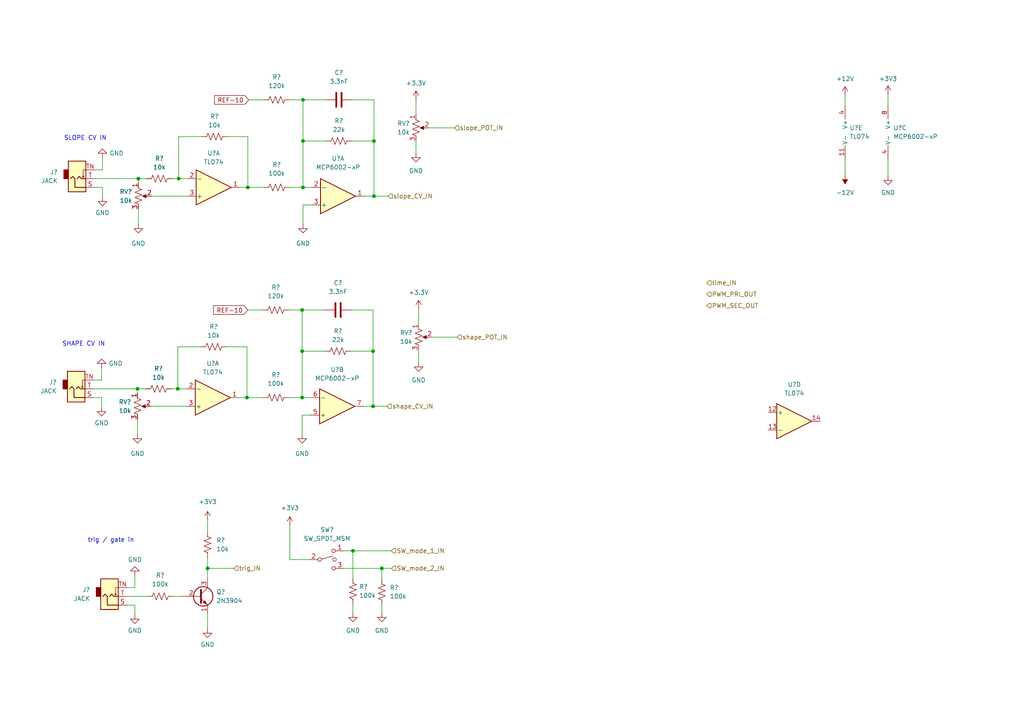
<source format=kicad_sch>
(kicad_sch (version 20211123) (generator eeschema)
  (paper "A4")
  (lib_symbols
    (symbol "Amplifier_Operational:MCP6002-xP" (pin_names (offset 0.127))
      (property "Reference" "U" (at 0 5.08 0))
      (property "Value" "MCP6002-xP" (at 0 -5.08 0))
      (symbol "MCP6002-xP_1_1"
        (polyline (pts (xy -5.08 5.08) (xy 5.08 0) (xy -5.08 -5.08) (xy -5.08 5.08)) (stroke (width 0.254)) (fill (type background)))
        (pin output line (at 7.62 0 180) (length 2.54) (name "~") (number "1"))
        (pin input line (at -7.62 -2.54 0) (length 2.54) (name "-") (number "2"))
        (pin input line (at -7.62 2.54 0) (length 2.54) (name "+") (number "3"))
      )
      (symbol "MCP6002-xP_2_1"
        (polyline (pts (xy -5.08 5.08) (xy 5.08 0) (xy -5.08 -5.08) (xy -5.08 5.08)) (stroke (width 0.254)) (fill (type background)))
        (pin input line (at -7.62 2.54 0) (length 2.54) (name "+") (number "5"))
        (pin input line (at -7.62 -2.54 0) (length 2.54) (name "-") (number "6"))
        (pin output line (at 7.62 0 180) (length 2.54) (name "~") (number "7"))
      )
      (symbol "MCP6002-xP_3_1"
        (pin power_in line (at -2.54 -7.62 90) (length 3.81) (name "V-") (number "4"))
        (pin power_in line (at -2.54 7.62 270) (length 3.81) (name "V+") (number "8"))
      )
    )
    (symbol "Amplifier_Operational:TL074" (pin_names (offset 0.127))
      (property "Reference" "U" (at 0 5.08 0))
      (property "Value" "TL074" (at 0 -5.08 0))
      (symbol "TL074_1_1"
        (polyline (pts (xy -5.08 5.08) (xy 5.08 0) (xy -5.08 -5.08) (xy -5.08 5.08)) (stroke (width 0.254)) (fill (type background)))
        (pin output line (at 7.62 0 180) (length 2.54) (name "~") (number "1"))
        (pin input line (at -7.62 -2.54 0) (length 2.54) (name "-") (number "2"))
        (pin input line (at -7.62 2.54 0) (length 2.54) (name "+") (number "3"))
      )
      (symbol "TL074_2_1"
        (polyline (pts (xy -5.08 5.08) (xy 5.08 0) (xy -5.08 -5.08) (xy -5.08 5.08)) (stroke (width 0.254)) (fill (type background)))
        (pin input line (at -7.62 2.54 0) (length 2.54) (name "+") (number "5"))
        (pin input line (at -7.62 -2.54 0) (length 2.54) (name "-") (number "6"))
        (pin output line (at 7.62 0 180) (length 2.54) (name "~") (number "7"))
      )
      (symbol "TL074_3_1"
        (polyline (pts (xy -5.08 5.08) (xy 5.08 0) (xy -5.08 -5.08) (xy -5.08 5.08)) (stroke (width 0.254)) (fill (type background)))
        (pin input line (at -7.62 2.54 0) (length 2.54) (name "+") (number "10"))
        (pin output line (at 7.62 0 180) (length 2.54) (name "~") (number "8"))
        (pin input line (at -7.62 -2.54 0) (length 2.54) (name "-") (number "9"))
      )
      (symbol "TL074_4_1"
        (polyline (pts (xy -5.08 5.08) (xy 5.08 0) (xy -5.08 -5.08) (xy -5.08 5.08)) (stroke (width 0.254)) (fill (type background)))
        (pin input line (at -7.62 2.54 0) (length 2.54) (name "+") (number "12"))
        (pin input line (at -7.62 -2.54 0) (length 2.54) (name "-") (number "13"))
        (pin output line (at 7.62 0 180) (length 2.54) (name "~") (number "14"))
      )
      (symbol "TL074_5_1"
        (pin power_in line (at -2.54 -7.62 90) (length 3.81) (name "V-") (number "11"))
        (pin power_in line (at -2.54 7.62 270) (length 3.81) (name "V+") (number "4"))
      )
    )
    (symbol "Connector:AudioJack2_SwitchT"
      (property "Reference" "J" (at 0 8.89 0))
      (property "Value" "AudioJack2_SwitchT" (at 0 6.35 0))
      (symbol "AudioJack2_SwitchT_0_1"
        (rectangle (start -2.54 0) (end -3.81 -2.54) (stroke (width 0.254)) (fill (type outline)))
        (polyline (pts (xy 1.778 -0.254) (xy 2.032 -0.762)))
        (polyline (pts (xy 0 0) (xy 0.635 -0.635) (xy 1.27 0) (xy 2.54 0)) (stroke (width 0.254)))
        (polyline (pts (xy 2.54 -2.54) (xy 1.778 -2.54) (xy 1.778 -0.254) (xy 1.524 -0.762)))
        (polyline (pts (xy 2.54 2.54) (xy -0.635 2.54) (xy -0.635 0) (xy -1.27 -0.635) (xy -1.905 0)) (stroke (width 0.254)))
        (rectangle (start 2.54 3.81) (end -2.54 -5.08) (stroke (width 0.254)) (fill (type background)))
      )
      (symbol "AudioJack2_SwitchT_1_1"
        (pin passive line (at 5.08 2.54 180) (length 2.54) (name "~") (number "S"))
        (pin passive line (at 5.08 0 180) (length 2.54) (name "~") (number "T"))
        (pin passive line (at 5.08 -2.54 180) (length 2.54) (name "~") (number "TN"))
      )
    )
    (symbol "Device:C" (pin_numbers hide) (pin_names (offset 0.254))
      (property "Reference" "C" (at 0.635 2.54 0))
      (property "Value" "C" (at 0.635 -2.54 0))
      (symbol "C_0_1"
        (polyline (pts (xy -2.032 -0.762) (xy 2.032 -0.762)) (stroke (width 0.508)))
        (polyline (pts (xy -2.032 0.762) (xy 2.032 0.762)) (stroke (width 0.508)))
      )
      (symbol "C_1_1"
        (pin passive line (at 0 3.81 270) (length 2.794) (name "~") (number "1"))
        (pin passive line (at 0 -3.81 90) (length 2.794) (name "~") (number "2"))
      )
    )
    (symbol "Device:R_Potentiometer_US" (pin_names (offset 1.016) hide)
      (property "Reference" "RV" (at -4.445 0 90))
      (property "Value" "R_Potentiometer_US" (at -2.54 0 90))
      (symbol "R_Potentiometer_US_0_1"
        (polyline (pts (xy 0 -2.286) (xy 0 -2.54)))
        (polyline (pts (xy 0 2.54) (xy 0 2.286)))
        (polyline (pts (xy 2.54 0) (xy 1.524 0)))
        (polyline (pts (xy 1.143 0) (xy 2.286 0.508) (xy 2.286 -0.508) (xy 1.143 0)) (fill (type outline)))
        (polyline (pts (xy 0 -0.762) (xy 1.016 -1.143) (xy 0 -1.524) (xy -1.016 -1.905) (xy 0 -2.286)))
        (polyline (pts (xy 0 0.762) (xy 1.016 0.381) (xy 0 0) (xy -1.016 -0.381) (xy 0 -0.762)))
        (polyline (pts (xy 0 2.286) (xy 1.016 1.905) (xy 0 1.524) (xy -1.016 1.143) (xy 0 0.762)))
      )
      (symbol "R_Potentiometer_US_1_1"
        (pin passive line (at 0 3.81 270) (length 1.27) (name "1") (number "1"))
        (pin passive line (at 3.81 0 180) (length 1.27) (name "2") (number "2"))
        (pin passive line (at 0 -3.81 90) (length 1.27) (name "3") (number "3"))
      )
    )
    (symbol "Device:R_US" (pin_numbers hide) (pin_names (offset 0))
      (property "Reference" "R" (at 2.54 0 90))
      (property "Value" "R_US" (at -2.54 0 90))
      (symbol "R_US_0_1"
        (polyline (pts (xy 0 -2.286) (xy 0 -2.54)))
        (polyline (pts (xy 0 2.286) (xy 0 2.54)))
        (polyline (pts (xy 0 -0.762) (xy 1.016 -1.143) (xy 0 -1.524) (xy -1.016 -1.905) (xy 0 -2.286)))
        (polyline (pts (xy 0 0.762) (xy 1.016 0.381) (xy 0 0) (xy -1.016 -0.381) (xy 0 -0.762)))
        (polyline (pts (xy 0 2.286) (xy 1.016 1.905) (xy 0 1.524) (xy -1.016 1.143) (xy 0 0.762)))
      )
      (symbol "R_US_1_1"
        (pin passive line (at 0 3.81 270) (length 1.27) (name "~") (number "1"))
        (pin passive line (at 0 -3.81 90) (length 1.27) (name "~") (number "2"))
      )
    )
    (symbol "Switch:SW_SPDT_MSM" (pin_names (offset 0) hide)
      (property "Reference" "SW" (at 0 5.08 0))
      (property "Value" "SW_SPDT_MSM" (at 0 -5.08 0))
      (symbol "SW_SPDT_MSM_0_0"
        (circle (center -2.032 0) (radius 0.508))
        (polyline (pts (xy -1.524 0.127) (xy 1.778 1.016)))
        (circle (center 2.032 -2.54) (radius 0.508))
      )
      (symbol "SW_SPDT_MSM_0_1"
        (circle (center 2.032 2.54) (radius 0.508))
        (circle (center 2.286 0) (radius 0.508))
      )
      (symbol "SW_SPDT_MSM_1_1"
        (pin passive line (at 5.08 2.54 180) (length 2.54) (name "1") (number "1"))
        (pin passive line (at -5.08 0 0) (length 2.54) (name "2") (number "2"))
        (pin passive line (at 5.08 -2.54 180) (length 2.54) (name "3") (number "3"))
      )
    )
    (symbol "Transistor_BJT:2N3904" (pin_names (offset 0) hide)
      (property "Reference" "Q" (at 5.08 1.905 0))
      (property "Value" "2N3904" (at 5.08 0 0))
      (symbol "2N3904_0_1"
        (polyline (pts (xy 0.635 0.635) (xy 2.54 2.54)))
        (polyline (pts (xy 0.635 -0.635) (xy 2.54 -2.54) (xy 2.54 -2.54)))
        (polyline (pts (xy 0.635 1.905) (xy 0.635 -1.905) (xy 0.635 -1.905)) (stroke (width 0.508)))
        (polyline (pts (xy 1.27 -1.778) (xy 1.778 -1.27) (xy 2.286 -2.286) (xy 1.27 -1.778) (xy 1.27 -1.778)) (fill (type outline)))
        (circle (center 1.27 0) (radius 2.8194) (stroke (width 0.254)))
      )
      (symbol "2N3904_1_1"
        (pin passive line (at 2.54 -5.08 90) (length 2.54) (name "E") (number "1"))
        (pin passive line (at -5.08 0 0) (length 5.715) (name "B") (number "2"))
        (pin passive line (at 2.54 5.08 270) (length 2.54) (name "C") (number "3"))
      )
    )
    (symbol "power:+12V" (power) (pin_names (offset 0))
      (property "Value" "+12V" (at 0 3.556 0))
      (symbol "+12V_0_1"
        (polyline (pts (xy -0.762 1.27) (xy 0 2.54)))
        (polyline (pts (xy 0 0) (xy 0 2.54)))
        (polyline (pts (xy 0 2.54) (xy 0.762 1.27)))
      )
      (symbol "+12V_1_1"
        (pin power_in line (at 0 0 90) (length 0) hide (name "+12V") (number "1"))
      )
    )
    (symbol "power:+3.3V" (power) (pin_names (offset 0))
      (property "Value" "+3.3V" (at 0 3.556 0))
      (symbol "+3.3V_0_1"
        (polyline (pts (xy -0.762 1.27) (xy 0 2.54)))
        (polyline (pts (xy 0 0) (xy 0 2.54)))
        (polyline (pts (xy 0 2.54) (xy 0.762 1.27)))
      )
      (symbol "+3.3V_1_1"
        (pin power_in line (at 0 0 90) (length 0) hide (name "+3.3V") (number "1"))
      )
    )
    (symbol "power:+3V3" (power) (pin_names (offset 0))
      (property "Value" "+3V3" (at 0 3.556 0))
      (symbol "+3V3_0_1"
        (polyline (pts (xy -0.762 1.27) (xy 0 2.54)))
        (polyline (pts (xy 0 0) (xy 0 2.54)))
        (polyline (pts (xy 0 2.54) (xy 0.762 1.27)))
      )
      (symbol "+3V3_1_1"
        (pin power_in line (at 0 0 90) (length 0) hide (name "+3V3") (number "1"))
      )
    )
    (symbol "power:-12V" (power) (pin_names (offset 0))
      (property "Value" "-12V" (at 0 3.81 0))
      (symbol "-12V_0_0"
        (pin power_in line (at 0 0 90) (length 0) hide (name "-12V") (number "1"))
      )
      (symbol "-12V_0_1"
        (polyline (pts (xy 0 0) (xy 0 1.27) (xy 0.762 1.27) (xy 0 2.54) (xy -0.762 1.27) (xy 0 1.27)) (fill (type outline)))
      )
    )
    (symbol "power:GND" (power) (pin_names (offset 0))
      (property "Value" "GND" (at 0 -3.81 0))
      (symbol "GND_0_1"
        (polyline (pts (xy 0 0) (xy 0 -1.27) (xy 1.27 -1.27) (xy 0 -2.54) (xy -1.27 -1.27) (xy 0 -1.27)))
      )
      (symbol "GND_1_1"
        (pin power_in line (at 0 0 270) (length 0) hide (name "GND") (number "1"))
      )
    )
  )
  (junction (at 108.204 117.856))
  (junction (at 51.562 112.776))
  (junction (at 87.63 101.854))
  (junction (at 71.628 115.316))
  (junction (at 40.132 51.816))
  (junction (at 108.458 40.894))
  (junction (at 87.884 28.956))
  (junction (at 102.362 159.766))
  (junction (at 108.204 101.854))
  (junction (at 39.878 112.776))
  (junction (at 87.63 89.916))
  (junction (at 51.816 51.816))
  (junction (at 110.744 164.846))
  (junction (at 87.63 115.316))
  (junction (at 108.458 56.896))
  (junction (at 87.884 54.356))
  (junction (at 87.884 40.894))
  (junction (at 71.882 54.356))
  (junction (at 60.198 164.846))
  (wire (pts (xy 94.488 40.894) (xy 87.884 40.894)))
  (wire (pts (xy 71.882 89.916) (xy 76.2 89.916)))
  (wire (pts (xy 29.718 45.72) (xy 29.718 49.276)))
  (wire (pts (xy 99.822 164.846) (xy 110.744 164.846)))
  (wire (pts (xy 50.038 51.816) (xy 51.816 51.816)))
  (wire (pts (xy 124.46 37.084) (xy 131.826 37.084)))
  (wire (pts (xy 108.458 40.894) (xy 108.458 56.896)))
  (wire (pts (xy 29.718 54.356) (xy 29.718 57.15)))
  (wire (pts (xy 87.884 54.356) (xy 90.424 54.356)))
  (wire (pts (xy 87.63 115.316) (xy 83.82 115.316)))
  (wire (pts (xy 121.412 89.662) (xy 121.412 93.98)))
  (wire (pts (xy 84.074 152.4) (xy 84.074 162.306)))
  (wire (pts (xy 108.458 56.896) (xy 105.664 56.896)))
  (wire (pts (xy 108.204 101.854) (xy 108.204 117.856)))
  (wire (pts (xy 71.628 115.316) (xy 69.342 115.316)))
  (wire (pts (xy 87.63 89.916) (xy 94.234 89.916)))
  (wire (pts (xy 87.884 40.894) (xy 87.884 28.956)))
  (wire (pts (xy 108.458 28.956) (xy 108.458 40.894)))
  (wire (pts (xy 40.132 60.706) (xy 40.132 65.024)))
  (wire (pts (xy 108.204 117.856) (xy 112.268 117.856)))
  (wire (pts (xy 121.412 101.6) (xy 121.412 105.156)))
  (wire (pts (xy 66.04 39.624) (xy 71.882 39.624)))
  (wire (pts (xy 71.882 39.624) (xy 71.882 54.356)))
  (wire (pts (xy 108.204 89.916) (xy 108.204 101.854)))
  (wire (pts (xy 51.816 39.624) (xy 58.42 39.624)))
  (wire (pts (xy 39.116 175.514) (xy 39.116 178.308)))
  (wire (pts (xy 36.83 172.974) (xy 42.672 172.974)))
  (wire (pts (xy 72.136 28.956) (xy 76.454 28.956)))
  (wire (pts (xy 29.464 115.316) (xy 29.464 118.11)))
  (wire (pts (xy 87.63 101.854) (xy 87.63 115.316)))
  (wire (pts (xy 51.562 100.584) (xy 58.166 100.584)))
  (wire (pts (xy 60.198 164.846) (xy 67.818 164.846)))
  (wire (pts (xy 120.65 28.956) (xy 120.65 33.274)))
  (wire (pts (xy 108.458 56.896) (xy 112.522 56.896)))
  (wire (pts (xy 102.362 159.766) (xy 102.362 167.64)))
  (wire (pts (xy 245.11 45.974) (xy 245.11 50.8)))
  (wire (pts (xy 60.198 178.054) (xy 60.198 182.372)))
  (wire (pts (xy 90.17 120.396) (xy 87.63 120.396)))
  (wire (pts (xy 87.884 28.956) (xy 94.488 28.956)))
  (wire (pts (xy 36.83 175.514) (xy 39.116 175.514)))
  (wire (pts (xy 39.116 170.434) (xy 36.83 170.434)))
  (wire (pts (xy 90.424 59.436) (xy 87.884 59.436)))
  (wire (pts (xy 60.198 161.798) (xy 60.198 164.846)))
  (wire (pts (xy 245.11 27.686) (xy 245.11 30.734)))
  (wire (pts (xy 102.362 175.26) (xy 102.362 177.8)))
  (wire (pts (xy 87.63 101.854) (xy 87.63 89.916)))
  (wire (pts (xy 94.234 101.854) (xy 87.63 101.854)))
  (wire (pts (xy 42.164 112.776) (xy 39.878 112.776)))
  (wire (pts (xy 87.63 115.316) (xy 90.17 115.316)))
  (wire (pts (xy 42.418 51.816) (xy 40.132 51.816)))
  (wire (pts (xy 27.432 54.356) (xy 29.718 54.356)))
  (wire (pts (xy 102.108 28.956) (xy 108.458 28.956)))
  (wire (pts (xy 29.718 49.276) (xy 27.432 49.276)))
  (wire (pts (xy 39.878 112.776) (xy 39.878 114.046)))
  (wire (pts (xy 71.882 54.356) (xy 69.596 54.356)))
  (wire (pts (xy 102.362 159.766) (xy 113.538 159.766)))
  (wire (pts (xy 27.432 51.816) (xy 40.132 51.816)))
  (wire (pts (xy 71.628 115.316) (xy 76.2 115.316)))
  (wire (pts (xy 40.132 51.816) (xy 40.132 53.086)))
  (wire (pts (xy 51.562 112.776) (xy 54.102 112.776)))
  (wire (pts (xy 84.074 162.306) (xy 89.662 162.306)))
  (wire (pts (xy 101.854 89.916) (xy 108.204 89.916)))
  (wire (pts (xy 99.822 159.766) (xy 102.362 159.766)))
  (wire (pts (xy 71.882 54.356) (xy 76.454 54.356)))
  (wire (pts (xy 43.688 117.856) (xy 54.102 117.856)))
  (wire (pts (xy 43.942 56.896) (xy 54.356 56.896)))
  (wire (pts (xy 50.292 172.974) (xy 52.578 172.974)))
  (wire (pts (xy 120.65 40.894) (xy 120.65 44.45)))
  (wire (pts (xy 27.178 115.316) (xy 29.464 115.316)))
  (wire (pts (xy 39.878 121.666) (xy 39.878 125.984)))
  (wire (pts (xy 29.464 110.236) (xy 27.178 110.236)))
  (wire (pts (xy 125.222 97.79) (xy 132.588 97.79)))
  (wire (pts (xy 29.464 106.68) (xy 29.464 110.236)))
  (wire (pts (xy 87.63 120.396) (xy 87.63 125.984)))
  (wire (pts (xy 51.562 112.776) (xy 51.562 100.584)))
  (wire (pts (xy 87.884 54.356) (xy 84.074 54.356)))
  (wire (pts (xy 110.744 175.514) (xy 110.744 177.8)))
  (wire (pts (xy 51.816 51.816) (xy 51.816 39.624)))
  (wire (pts (xy 257.556 45.974) (xy 257.556 51.054)))
  (wire (pts (xy 87.884 40.894) (xy 87.884 54.356)))
  (wire (pts (xy 257.556 27.432) (xy 257.556 30.734)))
  (wire (pts (xy 39.116 166.878) (xy 39.116 170.434)))
  (wire (pts (xy 27.178 112.776) (xy 39.878 112.776)))
  (wire (pts (xy 108.204 117.856) (xy 105.41 117.856)))
  (wire (pts (xy 65.786 100.584) (xy 71.628 100.584)))
  (wire (pts (xy 110.744 164.846) (xy 110.744 167.894)))
  (wire (pts (xy 84.074 28.956) (xy 87.884 28.956)))
  (wire (pts (xy 83.82 89.916) (xy 87.63 89.916)))
  (wire (pts (xy 87.884 59.436) (xy 87.884 65.024)))
  (wire (pts (xy 51.816 51.816) (xy 54.356 51.816)))
  (wire (pts (xy 60.198 164.846) (xy 60.198 167.894)))
  (wire (pts (xy 102.108 40.894) (xy 108.458 40.894)))
  (wire (pts (xy 60.198 150.876) (xy 60.198 154.178)))
  (wire (pts (xy 49.784 112.776) (xy 51.562 112.776)))
  (wire (pts (xy 110.744 164.846) (xy 113.538 164.846)))
  (wire (pts (xy 101.854 101.854) (xy 108.204 101.854)))
  (wire (pts (xy 71.628 100.584) (xy 71.628 115.316)))
  (text "SHAPE CV IN" (at 18.034 100.584 0) (effects (font (size 1.27 1.27)) (justify left bottom)))
  (text "SLOPE CV IN" (at 18.542 40.894 0) (effects (font (size 1.27 1.27)) (justify left bottom)))
  (text "trig / gate in" (at 25.4 157.48 0) (effects (font (size 1.27 1.27)) (justify left bottom)))
  (global_label "REF-10" (shape input) (at 71.882 89.916 180) (property "Intersheet References" "${INTERSHEET_REFS}" (effects hide)))
  (global_label "REF-10" (shape input) (at 72.136 28.956 180) (property "Intersheet References" "${INTERSHEET_REFS}" (effects hide)))
  (hierarchical_label "shape_CV_IN" (shape input) (at 112.268 117.856 0))
  (hierarchical_label "SW_mode_1_IN" (shape input) (at 113.538 159.766 0))
  (hierarchical_label "PWM_SEC_OUT" (shape input) (at 204.978 88.646 0))
  (hierarchical_label "slope_POT_IN" (shape input) (at 131.826 37.084 0))
  (hierarchical_label "slope_CV_IN" (shape input) (at 112.522 56.896 0))
  (hierarchical_label "trig_IN" (shape input) (at 67.818 164.846 0))
  (hierarchical_label "PWM_PRI_OUT" (shape input) (at 204.978 85.344 0))
  (hierarchical_label "time_IN" (shape input) (at 204.978 82.042 0))
  (hierarchical_label "SW_mode_2_IN" (shape input) (at 113.538 164.846 0))
  (hierarchical_label "shape_POT_IN" (shape input) (at 132.588 97.79 0))
  (symbol (lib_id "power:+3V3") (at 257.556 27.432 0) (unit 1)
    (property "Reference" "#PWR?" (effects hide))
    (property "Value" "+3V3" (at 257.556 22.86 0))
  )
  (symbol (lib_id "power:GND") (at 110.744 177.8 0) (unit 1)
    (property "Reference" "#PWR?" (effects hide))
    (property "Value" "GND" (at 110.744 182.88 0))
  )
  (symbol (lib_id "Switch:SW_SPDT_MSM") (at 94.742 162.306 0) (unit 1)
    (property "Reference" "SW?" (at 94.869 153.67 0))
    (property "Value" "SW_SPDT_MSM" (at 94.869 156.21 0))
  )
  (symbol (lib_id "power:+12V") (at 245.11 27.686 0) (unit 1)
    (property "Reference" "#PWR?" (effects hide))
    (property "Value" "+12V" (at 245.11 22.86 0))
  )
  (symbol (lib_id "Device:R_US") (at 45.974 112.776 90) (unit 1)
    (property "Reference" "R?" (at 45.974 106.934 90))
    (property "Value" "10k" (at 45.974 109.474 90))
  )
  (symbol (lib_id "Connector:AudioJack2_SwitchT") (at 31.75 172.974 0) (mirror x) (unit 1)
    (property "Reference" "J?" (at 26.162 171.0689 0) (effects (justify right)))
    (property "Value" "JACK" (at 26.162 173.6089 0) (effects (justify right)))
  )
  (symbol (lib_id "Device:R_US") (at 60.198 157.988 0) (unit 1)
    (property "Reference" "R?" (at 62.738 156.7179 0) (effects (justify left)))
    (property "Value" "10k" (at 62.738 159.2579 0) (effects (justify left)))
  )
  (symbol (lib_id "power:GND") (at 39.116 166.878 180) (unit 1)
    (property "Reference" "#PWR?" (effects hide))
    (property "Value" "GND" (at 37.084 162.306 0) (effects (justify right)))
  )
  (symbol (lib_id "power:GND") (at 87.884 65.024 0) (unit 1)
    (property "Reference" "#PWR?" (effects hide))
    (property "Value" "GND" (at 87.884 70.612 0))
  )
  (symbol (lib_id "power:+3V3") (at 60.198 150.876 0) (unit 1)
    (property "Reference" "#PWR?" (effects hide))
    (property "Value" "+3V3" (at 60.198 145.542 0))
  )
  (symbol (lib_id "power:GND") (at 39.878 125.984 0) (unit 1)
    (property "Reference" "#PWR?" (effects hide))
    (property "Value" "GND" (at 39.878 131.572 0))
  )
  (symbol (lib_id "power:GND") (at 39.116 178.308 0) (unit 1)
    (property "Reference" "#PWR?" (effects hide))
    (property "Value" "GND" (at 39.116 182.88 0))
  )
  (symbol (lib_id "power:GND") (at 40.132 65.024 0) (unit 1)
    (property "Reference" "#PWR?" (effects hide))
    (property "Value" "GND" (at 40.132 70.612 0))
  )
  (symbol (lib_id "Device:R_US") (at 46.482 172.974 90) (unit 1)
    (property "Reference" "R?" (at 46.482 166.878 90))
    (property "Value" "100k" (at 46.482 169.418 90))
  )
  (symbol (lib_id "Device:R_Potentiometer_US") (at 39.878 117.856 0) (unit 1)
    (property "Reference" "RV?" (at 38.1 116.5859 0) (effects (justify right)))
    (property "Value" "10k" (at 38.1 119.1259 0) (effects (justify right)))
  )
  (symbol (lib_id "Device:R_US") (at 61.976 100.584 90) (unit 1)
    (property "Reference" "R?" (at 61.976 94.742 90))
    (property "Value" "10k" (at 61.976 97.282 90))
  )
  (symbol (lib_id "Device:R_US") (at 98.044 101.854 90) (unit 1)
    (property "Reference" "R?" (at 98.044 96.012 90))
    (property "Value" "22k" (at 98.044 98.552 90))
  )
  (symbol (lib_id "Amplifier_Operational:TL074") (at 61.976 54.356 0) (mirror x) (unit 1)
    (property "Reference" "U?" (at 61.976 44.45 0))
    (property "Value" "TL074" (at 61.976 46.99 0))
    (property "Datasheet" "http://www.ti.com/lit/ds/symlink/tl071.pdf" (effects hide))
  )
  (symbol (lib_id "Device:R_US") (at 80.01 115.316 90) (unit 1)
    (property "Reference" "R?" (at 80.01 108.712 90))
    (property "Value" "100k" (at 80.01 111.252 90))
  )
  (symbol (lib_id "Device:R_US") (at 98.298 40.894 90) (unit 1)
    (property "Reference" "R?" (at 98.298 35.052 90))
    (property "Value" "22k" (at 98.298 37.592 90))
  )
  (symbol (lib_id "Connector:AudioJack2_SwitchT") (at 22.098 112.776 0) (mirror x) (unit 1)
    (property "Reference" "J?" (at 16.51 110.8709 0) (effects (justify right)))
    (property "Value" "JACK" (at 16.51 113.4109 0) (effects (justify right)))
  )
  (symbol (lib_id "power:GND") (at 29.464 118.11 0) (unit 1)
    (property "Reference" "#PWR?" (effects hide))
    (property "Value" "GND" (at 29.464 122.682 0))
  )
  (symbol (lib_id "Device:C") (at 98.298 28.956 90) (unit 1)
    (property "Reference" "C?" (at 98.298 21.082 90))
    (property "Value" "3.3nF" (at 98.298 23.622 90))
  )
  (symbol (lib_id "Amplifier_Operational:TL074") (at 247.65 38.354 0) (unit 5)
    (property "Reference" "U?" (at 246.38 37.0839 0) (effects (justify left)))
    (property "Value" "TL074" (at 246.38 39.6239 0) (effects (justify left)))
    (property "Datasheet" "http://www.ti.com/lit/ds/symlink/tl071.pdf" (effects hide))
  )
  (symbol (lib_id "Amplifier_Operational:TL074") (at 61.722 115.316 0) (mirror x) (unit 1)
    (property "Reference" "U?" (at 61.722 105.41 0))
    (property "Value" "TL074" (at 61.722 107.95 0))
    (property "Datasheet" "http://www.ti.com/lit/ds/symlink/tl071.pdf" (effects hide))
  )
  (symbol (lib_id "power:GND") (at 29.718 45.72 180) (unit 1)
    (property "Reference" "#PWR?" (effects hide))
    (property "Value" "GND" (at 31.75 44.4499 0) (effects (justify right)))
  )
  (symbol (lib_id "Amplifier_Operational:MCP6002-xP") (at 260.096 38.354 0) (unit 3)
    (property "Reference" "U?" (at 259.08 37.0839 0) (effects (justify left)))
    (property "Value" "MCP6002-xP" (at 259.08 39.6239 0) (effects (justify left)))
    (property "Datasheet" "http://ww1.microchip.com/downloads/en/DeviceDoc/21733j.pdf" (effects hide))
  )
  (symbol (lib_id "power:GND") (at 257.556 51.054 0) (unit 1)
    (property "Reference" "#PWR?" (effects hide))
    (property "Value" "GND" (at 257.556 55.88 0))
  )
  (symbol (lib_id "power:GND") (at 87.63 125.984 0) (unit 1)
    (property "Reference" "#PWR?" (effects hide))
    (property "Value" "GND" (at 87.63 131.572 0))
  )
  (symbol (lib_id "Device:R_US") (at 102.362 171.45 0) (unit 1)
    (property "Reference" "R?" (at 104.14 170.1799 0) (effects (justify left)))
    (property "Value" "100k" (at 104.14 172.7199 0) (effects (justify left)))
  )
  (symbol (lib_id "power:+3V3") (at 84.074 152.4 0) (unit 1)
    (property "Reference" "#PWR?" (effects hide))
    (property "Value" "+3V3" (at 84.074 147.32 0))
  )
  (symbol (lib_id "Device:R_Potentiometer_US") (at 120.65 37.084 0) (unit 1)
    (property "Reference" "RV?" (at 118.872 35.8139 0) (effects (justify right)))
    (property "Value" "10k" (at 118.872 38.3539 0) (effects (justify right)))
  )
  (symbol (lib_id "Device:R_US") (at 46.228 51.816 90) (unit 1)
    (property "Reference" "R?" (at 46.228 45.974 90))
    (property "Value" "10k" (at 46.228 48.514 90))
  )
  (symbol (lib_id "Connector:AudioJack2_SwitchT") (at 22.352 51.816 0) (mirror x) (unit 1)
    (property "Reference" "J?" (at 16.764 49.9109 0) (effects (justify right)))
    (property "Value" "JACK" (at 16.764 52.4509 0) (effects (justify right)))
  )
  (symbol (lib_id "power:GND") (at 29.718 57.15 0) (unit 1)
    (property "Reference" "#PWR?" (effects hide))
    (property "Value" "GND" (at 29.718 61.722 0))
  )
  (symbol (lib_id "Device:C") (at 98.044 89.916 90) (unit 1)
    (property "Reference" "C?" (at 98.044 82.042 90))
    (property "Value" "3.3nF" (at 98.044 84.582 90))
  )
  (symbol (lib_id "power:+3.3V") (at 120.65 28.956 0) (unit 1)
    (property "Reference" "#PWR?" (effects hide))
    (property "Value" "+3.3V" (at 120.65 24.13 0))
  )
  (symbol (lib_id "power:GND") (at 60.198 182.372 0) (unit 1)
    (property "Reference" "#PWR?" (effects hide))
    (property "Value" "GND" (at 60.198 186.944 0))
  )
  (symbol (lib_id "Amplifier_Operational:TL074") (at 230.378 122.174 0) (unit 4)
    (property "Reference" "U?" (at 230.378 111.506 0))
    (property "Value" "TL074" (at 230.378 114.046 0))
    (property "Datasheet" "http://www.ti.com/lit/ds/symlink/tl071.pdf" (effects hide))
  )
  (symbol (lib_id "power:GND") (at 120.65 44.45 0) (unit 1)
    (property "Reference" "#PWR?" (effects hide))
    (property "Value" "GND" (at 120.65 49.53 0))
  )
  (symbol (lib_id "power:GND") (at 102.362 177.8 0) (unit 1)
    (property "Reference" "#PWR?" (effects hide))
    (property "Value" "GND" (at 102.362 182.88 0))
  )
  (symbol (lib_id "Transistor_BJT:2N3904") (at 57.658 172.974 0) (unit 1)
    (property "Reference" "Q?" (at 62.738 171.7039 0) (effects (justify left)))
    (property "Value" "2N3904" (at 62.738 174.2439 0) (effects (justify left)))
    (property "Footprint" "Package_TO_SOT_THT:TO-92_Inline" (effects hide))
    (property "Datasheet" "https://www.onsemi.com/pub/Collateral/2N3903-D.PDF" (effects hide))
  )
  (symbol (lib_id "power:-12V") (at 245.11 50.8 180) (unit 1)
    (property "Reference" "#PWR?" (effects hide))
    (property "Value" "-12V" (at 245.11 55.88 0))
  )
  (symbol (lib_id "Device:R_Potentiometer_US") (at 40.132 56.896 0) (unit 1)
    (property "Reference" "RV?" (at 38.354 55.6259 0) (effects (justify right)))
    (property "Value" "10k" (at 38.354 58.1659 0) (effects (justify right)))
  )
  (symbol (lib_id "Device:R_US") (at 80.264 28.956 90) (unit 1)
    (property "Reference" "R?" (at 80.264 22.352 90))
    (property "Value" "120k" (at 80.264 24.892 90))
  )
  (symbol (lib_id "power:GND") (at 121.412 105.156 0) (unit 1)
    (property "Reference" "#PWR?" (effects hide))
    (property "Value" "GND" (at 121.412 110.236 0))
  )
  (symbol (lib_id "Amplifier_Operational:MCP6002-xP") (at 97.79 117.856 0) (mirror x) (unit 2)
    (property "Reference" "U?" (at 97.79 107.188 0))
    (property "Value" "MCP6002-xP" (at 97.79 109.728 0))
    (property "Datasheet" "http://ww1.microchip.com/downloads/en/DeviceDoc/21733j.pdf" (effects hide))
  )
  (symbol (lib_id "Device:R_US") (at 110.744 171.704 0) (unit 1)
    (property "Reference" "R?" (at 113.03 170.4339 0) (effects (justify left)))
    (property "Value" "100k" (at 113.03 172.9739 0) (effects (justify left)))
  )
  (symbol (lib_id "Amplifier_Operational:MCP6002-xP") (at 98.044 56.896 0) (mirror x) (unit 1)
    (property "Reference" "U?" (at 98.044 45.974 0))
    (property "Value" "MCP6002-xP" (at 98.044 48.514 0))
    (property "Datasheet" "http://ww1.microchip.com/downloads/en/DeviceDoc/21733j.pdf" (effects hide))
  )
  (symbol (lib_id "Device:R_US") (at 80.01 89.916 90) (unit 1)
    (property "Reference" "R?" (at 80.01 83.312 90))
    (property "Value" "120k" (at 80.01 85.852 90))
  )
  (symbol (lib_id "power:GND") (at 29.464 106.68 180) (unit 1)
    (property "Reference" "#PWR?" (effects hide))
    (property "Value" "GND" (at 31.496 105.4099 0) (effects (justify right)))
  )
  (symbol (lib_id "power:+3.3V") (at 121.412 89.662 0) (unit 1)
    (property "Reference" "#PWR?" (effects hide))
    (property "Value" "+3.3V" (at 121.412 84.836 0))
  )
  (symbol (lib_id "Device:R_US") (at 80.264 54.356 90) (unit 1)
    (property "Reference" "R?" (at 80.264 47.752 90))
    (property "Value" "100k" (at 80.264 50.292 90))
  )
  (symbol (lib_id "Device:R_Potentiometer_US") (at 121.412 97.79 0) (unit 1)
    (property "Reference" "RV?" (at 119.634 96.5199 0) (effects (justify right)))
    (property "Value" "10k" (at 119.634 99.0599 0) (effects (justify right)))
  )
  (symbol (lib_id "Device:R_US") (at 62.23 39.624 90) (unit 1)
    (property "Reference" "R?" (at 62.23 33.782 90))
    (property "Value" "10k" (at 62.23 36.322 90))
  )
)
</source>
